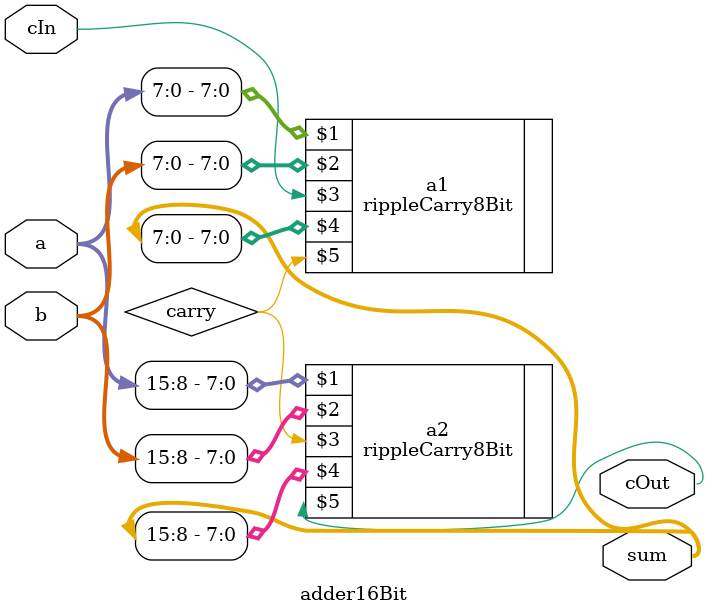
<source format=v>
`timescale 1ns / 1ps
module adder16Bit(a,b,cIn,sum,cOut);

input [15:0]a;
input [15:0]b;
input cIn;

output [15:0]sum;
output cOut;

wire carry;

rippleCarry8Bit a1(a[7:0],b[7:0],cIn,sum[7:0],carry);
rippleCarry8Bit a2(a[15:8],b[15:8],carry,sum[15:8],cOut);

endmodule

</source>
